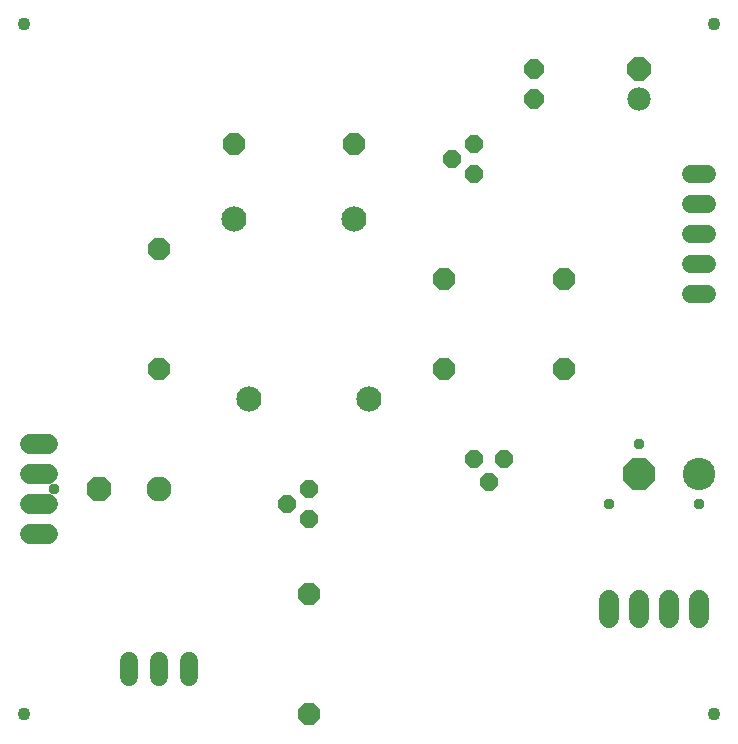
<source format=gbr>
G04 EAGLE Gerber RS-274X export*
G75*
%MOMM*%
%FSLAX34Y34*%
%LPD*%
%INSoldermask Top*%
%IPPOS*%
%AMOC8*
5,1,8,0,0,1.08239X$1,22.5*%
G01*
%ADD10C,1.103200*%
%ADD11C,1.524000*%
%ADD12C,2.108200*%
%ADD13P,2.281895X8X202.500000*%
%ADD14C,2.743200*%
%ADD15P,2.969212X8X202.500000*%
%ADD16P,2.144431X8X112.500000*%
%ADD17C,1.981200*%
%ADD18P,1.759533X8X112.500000*%
%ADD19C,2.133600*%
%ADD20C,1.727200*%
%ADD21P,1.649562X8X202.500000*%
%ADD22P,2.034460X8X112.500000*%
%ADD23P,2.034460X8X22.500000*%
%ADD24P,1.649562X8X112.500000*%
%ADD25C,0.959600*%


D10*
X25400Y609600D03*
X609600Y609600D03*
X609600Y25400D03*
X25400Y25400D03*
D11*
X590296Y482600D02*
X603504Y482600D01*
X603504Y457200D02*
X590296Y457200D01*
X590296Y431800D02*
X603504Y431800D01*
X603504Y406400D02*
X590296Y406400D01*
X590296Y381000D02*
X603504Y381000D01*
D12*
X139700Y215900D03*
D13*
X88900Y215900D03*
D14*
X596900Y228600D03*
D15*
X546100Y228600D03*
D16*
X546100Y571500D03*
D17*
X546100Y546100D03*
D18*
X457200Y546100D03*
X457200Y571500D03*
D19*
X304800Y444500D03*
X203200Y444500D03*
X317500Y292100D03*
X215900Y292100D03*
D20*
X520700Y121920D02*
X520700Y106680D01*
X546100Y106680D02*
X546100Y121920D01*
X571500Y121920D02*
X571500Y106680D01*
X596900Y106680D02*
X596900Y121920D01*
D21*
X406400Y241300D03*
X419100Y222250D03*
X431800Y241300D03*
D22*
X139700Y317500D03*
X139700Y419100D03*
D11*
X165100Y70104D02*
X165100Y56896D01*
X114300Y56896D02*
X114300Y70104D01*
X139700Y70104D02*
X139700Y56896D01*
D23*
X203200Y508000D03*
X304800Y508000D03*
D22*
X266700Y25400D03*
X266700Y127000D03*
D23*
X381000Y393700D03*
X482600Y393700D03*
X381000Y317500D03*
X482600Y317500D03*
D20*
X45720Y254000D02*
X30480Y254000D01*
X30480Y228600D02*
X45720Y228600D01*
X45720Y203200D02*
X30480Y203200D01*
X30480Y177800D02*
X45720Y177800D01*
D24*
X266700Y215900D03*
X247650Y203200D03*
X266700Y190500D03*
X406400Y508000D03*
X387350Y495300D03*
X406400Y482600D03*
D25*
X596900Y203200D03*
X546100Y254000D03*
X520700Y203200D03*
X50800Y215900D03*
M02*

</source>
